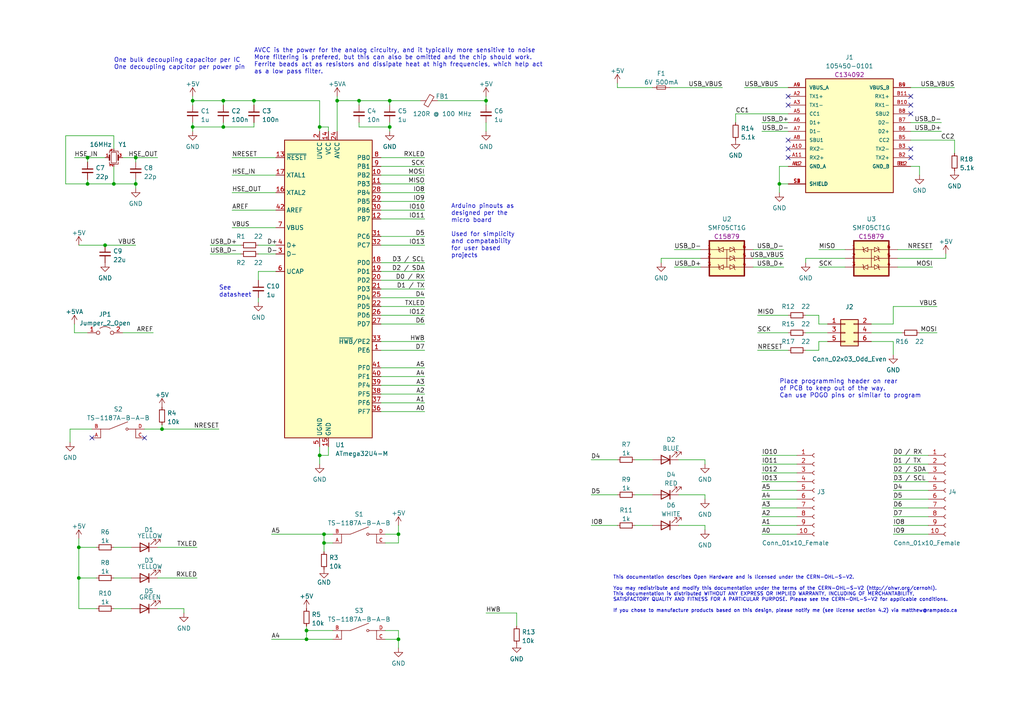
<source format=kicad_sch>
(kicad_sch (version 20211123) (generator eeschema)
  (paper "A4")
  (lib_symbols
    (symbol "Connector:Conn_01x10_Female" (pin_names (offset 1.016) hide)
      (property "Reference" "J" (at 0 12.7 0))
      (property "Value" "Conn_01x10_Female" (at 0 -15.24 0))
      (symbol "Conn_01x10_Female_1_1"
        (pin passive line (at -5.08 10.16 0) (length 3.81) (name "Pin_1") (number "1"))
        (pin passive line (at -5.08 -12.7 0) (length 3.81) (name "Pin_10") (number "10"))
        (pin passive line (at -5.08 7.62 0) (length 3.81) (name "Pin_2") (number "2"))
        (pin passive line (at -5.08 5.08 0) (length 3.81) (name "Pin_3") (number "3"))
        (pin passive line (at -5.08 2.54 0) (length 3.81) (name "Pin_4") (number "4"))
        (pin passive line (at -5.08 0 0) (length 3.81) (name "Pin_5") (number "5"))
        (pin passive line (at -5.08 -2.54 0) (length 3.81) (name "Pin_6") (number "6"))
        (pin passive line (at -5.08 -5.08 0) (length 3.81) (name "Pin_7") (number "7"))
        (pin passive line (at -5.08 -7.62 0) (length 3.81) (name "Pin_8") (number "8"))
        (pin passive line (at -5.08 -10.16 0) (length 3.81) (name "Pin_9") (number "9"))
      )
    )
    (symbol "Connector_Generic:Conn_02x03_Odd_Even" (pin_names (offset 1.016) hide)
      (property "Reference" "J" (at 1.27 5.08 0))
      (property "Value" "Conn_02x03_Odd_Even" (at 1.27 -5.08 0))
      (symbol "Conn_02x03_Odd_Even_1_1"
        (pin passive line (at -5.08 2.54 0) (length 3.81) (name "Pin_1") (number "1"))
        (pin passive line (at 7.62 2.54 180) (length 3.81) (name "Pin_2") (number "2"))
        (pin passive line (at -5.08 0 0) (length 3.81) (name "Pin_3") (number "3"))
        (pin passive line (at 7.62 0 180) (length 3.81) (name "Pin_4") (number "4"))
        (pin passive line (at -5.08 -2.54 0) (length 3.81) (name "Pin_5") (number "5"))
        (pin passive line (at 7.62 -2.54 180) (length 3.81) (name "Pin_6") (number "6"))
      )
    )
    (symbol "Device:C_Small" (pin_numbers hide) (pin_names (offset 0.254) hide)
      (property "Reference" "C" (at 0.254 1.778 0))
      (property "Value" "C_Small" (at 0.254 -2.032 0))
      (symbol "C_Small_1_1"
        (pin passive line (at 0 2.54 270) (length 2.032) (name "~") (number "1"))
        (pin passive line (at 0 -2.54 90) (length 2.032) (name "~") (number "2"))
      )
    )
    (symbol "Device:Crystal_GND24_Small" (pin_names (offset 1.016) hide)
      (property "Reference" "Y" (at 1.27 4.445 0))
      (property "Value" "Crystal_GND24_Small" (at 1.27 2.54 0))
      (symbol "Crystal_GND24_Small_1_1"
        (pin passive line (at -2.54 0 0) (length 1.27) (name "1") (number "1"))
        (pin passive line (at 0 -2.54 90) (length 0.635) (name "2") (number "2"))
        (pin passive line (at 2.54 0 180) (length 1.27) (name "3") (number "3"))
        (pin passive line (at 0 2.54 270) (length 0.635) (name "4") (number "4"))
      )
    )
    (symbol "Device:FerriteBead_Small" (pin_numbers hide) (pin_names (offset 0))
      (property "Reference" "FB" (at 1.905 1.27 0))
      (property "Value" "FerriteBead_Small" (at 1.905 -1.27 0))
      (symbol "FerriteBead_Small_1_1"
        (pin passive line (at 0 2.54 270) (length 1.27) (name "~") (number "1"))
        (pin passive line (at 0 -2.54 90) (length 1.27) (name "~") (number "2"))
      )
    )
    (symbol "Device:Fuse_Small" (pin_numbers hide) (pin_names (offset 0.254) hide)
      (property "Reference" "F" (at 0 -1.524 0))
      (property "Value" "Fuse_Small" (at 0 1.524 0))
      (symbol "Fuse_Small_1_1"
        (pin passive line (at -2.54 0 0) (length 1.27) (name "~") (number "1"))
        (pin passive line (at 2.54 0 180) (length 1.27) (name "~") (number "2"))
      )
    )
    (symbol "Device:LED" (pin_numbers hide) (pin_names (offset 1.016) hide)
      (property "Reference" "D" (at 0 2.54 0))
      (property "Value" "LED" (at 0 -2.54 0))
      (symbol "LED_1_1"
        (pin passive line (at -3.81 0 0) (length 2.54) (name "K") (number "1"))
        (pin passive line (at 3.81 0 180) (length 2.54) (name "A") (number "2"))
      )
    )
    (symbol "Device:R_Small" (pin_numbers hide) (pin_names (offset 0.254) hide)
      (property "Reference" "R" (at 0.762 0.508 0))
      (property "Value" "R_Small" (at 0.762 -1.016 0))
      (symbol "R_Small_1_1"
        (pin passive line (at 0 2.54 270) (length 0.762) (name "~") (number "1"))
        (pin passive line (at 0 -2.54 90) (length 0.762) (name "~") (number "2"))
      )
    )
    (symbol "Jumper:Jumper_2_Open" (pin_names (offset 0) hide)
      (property "Reference" "JP" (at 0 2.794 0))
      (property "Value" "Jumper_2_Open" (at 0 -2.286 0))
      (symbol "Jumper_2_Open_1_1"
        (pin passive line (at -5.08 0 0) (length 2.54) (name "A") (number "1"))
        (pin passive line (at 5.08 0 180) (length 2.54) (name "B") (number "2"))
      )
    )
    (symbol "MCU_Microchip_ATmega:ATmega32U4-M"
      (property "Reference" "U" (at -12.7 44.45 0))
      (property "Value" "ATmega32U4-M" (at 2.54 -44.45 0))
      (symbol "ATmega32U4-M_1_1"
        (pin bidirectional line (at 15.24 -17.78 180) (length 2.54) (name "PE6") (number "1"))
        (pin bidirectional line (at 15.24 33.02 180) (length 2.54) (name "PB2") (number "10"))
        (pin bidirectional line (at 15.24 30.48 180) (length 2.54) (name "PB3") (number "11"))
        (pin bidirectional line (at 15.24 20.32 180) (length 2.54) (name "PB7") (number "12"))
        (pin input line (at -15.24 38.1 0) (length 2.54) (name "~{RESET}") (number "13"))
        (pin power_in line (at 0 45.72 270) (length 2.54) (name "VCC") (number "14"))
        (pin power_in line (at 0 -45.72 90) (length 2.54) (name "GND") (number "15"))
        (pin output line (at -15.24 27.94 0) (length 2.54) (name "XTAL2") (number "16"))
        (pin input line (at -15.24 33.02 0) (length 2.54) (name "XTAL1") (number "17"))
        (pin bidirectional line (at 15.24 7.62 180) (length 2.54) (name "PD0") (number "18"))
        (pin bidirectional line (at 15.24 5.08 180) (length 2.54) (name "PD1") (number "19"))
        (pin power_in line (at -2.54 45.72 270) (length 2.54) (name "UVCC") (number "2"))
        (pin bidirectional line (at 15.24 2.54 180) (length 2.54) (name "PD2") (number "20"))
        (pin bidirectional line (at 15.24 0 180) (length 2.54) (name "PD3") (number "21"))
        (pin bidirectional line (at 15.24 -5.08 180) (length 2.54) (name "PD5") (number "22"))
        (pin passive line (at 0 -45.72 90) (length 2.54) hide (name "GND") (number "23"))
        (pin power_in line (at 2.54 45.72 270) (length 2.54) (name "AVCC") (number "24"))
        (pin bidirectional line (at 15.24 -2.54 180) (length 2.54) (name "PD4") (number "25"))
        (pin bidirectional line (at 15.24 -7.62 180) (length 2.54) (name "PD6") (number "26"))
        (pin bidirectional line (at 15.24 -10.16 180) (length 2.54) (name "PD7") (number "27"))
        (pin bidirectional line (at 15.24 27.94 180) (length 2.54) (name "PB4") (number "28"))
        (pin bidirectional line (at 15.24 25.4 180) (length 2.54) (name "PB5") (number "29"))
        (pin bidirectional line (at -15.24 10.16 0) (length 2.54) (name "D-") (number "3"))
        (pin bidirectional line (at 15.24 22.86 180) (length 2.54) (name "PB6") (number "30"))
        (pin bidirectional line (at 15.24 15.24 180) (length 2.54) (name "PC6") (number "31"))
        (pin bidirectional line (at 15.24 12.7 180) (length 2.54) (name "PC7") (number "32"))
        (pin bidirectional line (at 15.24 -15.24 180) (length 2.54) (name "~{HWB}/PE2") (number "33"))
        (pin passive line (at 0 45.72 270) (length 2.54) hide (name "VCC") (number "34"))
        (pin passive line (at 0 -45.72 90) (length 2.54) hide (name "GND") (number "35"))
        (pin bidirectional line (at 15.24 -35.56 180) (length 2.54) (name "PF7") (number "36"))
        (pin bidirectional line (at 15.24 -33.02 180) (length 2.54) (name "PF6") (number "37"))
        (pin bidirectional line (at 15.24 -30.48 180) (length 2.54) (name "PF5") (number "38"))
        (pin bidirectional line (at 15.24 -27.94 180) (length 2.54) (name "PF4") (number "39"))
        (pin bidirectional line (at -15.24 12.7 0) (length 2.54) (name "D+") (number "4"))
        (pin bidirectional line (at 15.24 -25.4 180) (length 2.54) (name "PF1") (number "40"))
        (pin bidirectional line (at 15.24 -22.86 180) (length 2.54) (name "PF0") (number "41"))
        (pin passive line (at -15.24 22.86 0) (length 2.54) (name "AREF") (number "42"))
        (pin passive line (at 0 -45.72 90) (length 2.54) hide (name "GND") (number "43"))
        (pin passive line (at 2.54 45.72 270) (length 2.54) hide (name "AVCC") (number "44"))
        (pin passive line (at 0 -45.72 90) (length 2.54) hide (name "GND") (number "45"))
        (pin passive line (at -2.54 -45.72 90) (length 2.54) (name "UGND") (number "5"))
        (pin passive line (at -15.24 5.08 0) (length 2.54) (name "UCAP") (number "6"))
        (pin input line (at -15.24 17.78 0) (length 2.54) (name "VBUS") (number "7"))
        (pin bidirectional line (at 15.24 38.1 180) (length 2.54) (name "PB0") (number "8"))
        (pin bidirectional line (at 15.24 35.56 180) (length 2.54) (name "PB1") (number "9"))
      )
    )
    (symbol "Rampado_Master:105450-0101" (pin_names (offset 1.016))
      (property "Reference" "J" (at -12.7 16.002 0))
      (property "Value" "105450-0101" (at -12.7 -18.542 0))
      (property "JLCPCB Part #" "C134092" (at 0 0 0))
      (symbol "105450-0101_0_0"
        (pin power_in line (at -17.78 -10.16 0) (length 5.08) (name "GND_A") (number "A1"))
        (pin bidirectional line (at -17.78 -5.08 0) (length 5.08) (name "RX2-") (number "A10"))
        (pin bidirectional line (at -17.78 -7.62 0) (length 5.08) (name "RX2+") (number "A11"))
        (pin power_in line (at -17.78 -10.16 0) (length 5.08) (name "GND_A") (number "A12"))
        (pin bidirectional line (at -17.78 10.16 0) (length 5.08) (name "TX1+") (number "A2"))
        (pin bidirectional line (at -17.78 7.62 0) (length 5.08) (name "TX1-") (number "A3"))
        (pin power_in line (at -17.78 12.7 0) (length 5.08) (name "VBUS_A") (number "A4"))
        (pin bidirectional line (at -17.78 5.08 0) (length 5.08) (name "CC1") (number "A5"))
        (pin bidirectional line (at -17.78 2.54 0) (length 5.08) (name "D1+") (number "A6"))
        (pin bidirectional line (at -17.78 0 0) (length 5.08) (name "D1-") (number "A7"))
        (pin bidirectional line (at -17.78 -2.54 0) (length 5.08) (name "SBU1") (number "A8"))
        (pin power_in line (at -17.78 12.7 0) (length 5.08) (name "VBUS_A") (number "A9"))
        (pin power_in line (at 17.78 -10.16 180) (length 5.08) (name "GND_B") (number "B1"))
        (pin bidirectional line (at 17.78 7.62 180) (length 5.08) (name "RX1-") (number "B10"))
        (pin bidirectional line (at 17.78 10.16 180) (length 5.08) (name "RX1+") (number "B11"))
        (pin power_in line (at 17.78 -10.16 180) (length 5.08) (name "GND_B") (number "B12"))
        (pin bidirectional line (at 17.78 -7.62 180) (length 5.08) (name "TX2+") (number "B2"))
        (pin bidirectional line (at 17.78 -5.08 180) (length 5.08) (name "TX2-") (number "B3"))
        (pin power_in line (at 17.78 12.7 180) (length 5.08) (name "VBUS_B") (number "B4"))
        (pin bidirectional line (at 17.78 -2.54 180) (length 5.08) (name "CC2") (number "B5"))
        (pin bidirectional line (at 17.78 0 180) (length 5.08) (name "D2+") (number "B6"))
        (pin bidirectional line (at 17.78 2.54 180) (length 5.08) (name "D2-") (number "B7"))
        (pin bidirectional line (at 17.78 5.08 180) (length 5.08) (name "SBU2") (number "B8"))
        (pin power_in line (at 17.78 12.7 180) (length 5.08) (name "VBUS_B") (number "B9"))
        (pin passive line (at -17.78 -15.24 0) (length 5.08) (name "SHIELD") (number "S1"))
        (pin passive line (at -17.78 -15.24 0) (length 5.08) (name "SHIELD") (number "S2"))
        (pin passive line (at -17.78 -15.24 0) (length 5.08) (name "SHIELD") (number "S3"))
        (pin passive line (at -17.78 -15.24 0) (length 5.08) (name "SHIELD") (number "S4"))
      )
    )
    (symbol "Rampado_Master:SMF05CT1G" (pin_names (offset 1.016) hide)
      (property "Reference" "U" (at -5.1054 6.096 0))
      (property "Value" "SMF05CT1G" (at -5.1054 -9.0932 0))
      (property "JLCPCB Part #" "C15879" (at 0 0 0))
      (symbol "SMF05CT1G_0_0"
        (pin passive line (at -7.62 2.54 0) (length 5.08) (name "~") (number "1"))
        (pin passive line (at -7.62 0 0) (length 5.08) (name "~") (number "2"))
        (pin passive line (at -7.62 -2.54 0) (length 5.08) (name "~") (number "3"))
        (pin passive line (at 7.62 -2.54 180) (length 5.08) (name "~") (number "4"))
        (pin passive line (at 7.62 0 180) (length 5.08) (name "~") (number "5"))
        (pin passive line (at 7.62 2.54 180) (length 5.08) (name "~") (number "6"))
      )
    )
    (symbol "Rampado_Master:TS-1187A-B-A-B" (pin_names (offset 1.016) hide)
      (property "Reference" "S" (at -2.54 2.54 0))
      (property "Value" "TS-1187A-B-A-B" (at -8.89 -6.35 0))
      (symbol "TS-1187A-B-A-B_0_0"
        (pin passive line (at -7.62 -2.54 0) (length 2.54) (name "~") (number "A"))
        (pin passive line (at -7.62 0 0) (length 2.54) (name "~") (number "B"))
        (pin passive line (at 7.62 -2.54 180) (length 2.54) (name "~") (number "C"))
        (pin passive line (at 7.62 0 180) (length 2.54) (name "~") (number "D"))
      )
    )
    (symbol "power:+5V" (power) (pin_names (offset 0))
      (property "Value" "+5V" (at 0 3.556 0))
      (symbol "+5V_1_1"
        (pin power_in line (at 0 0 90) (length 0) hide (name "+5V") (number "1"))
      )
    )
    (symbol "power:+5VA" (power) (pin_names (offset 0))
      (property "Value" "+5VA" (at 0 3.556 0))
      (symbol "+5VA_1_1"
        (pin power_in line (at 0 0 90) (length 0) hide (name "+5VA") (number "1"))
      )
    )
    (symbol "power:GND" (power) (pin_names (offset 0))
      (property "Value" "GND" (at 0 -3.81 0))
      (symbol "GND_1_1"
        (pin power_in line (at 0 0 270) (length 0) hide (name "GND") (number "1"))
      )
    )
  )
  (junction (at 39.37 45.72))
  (junction (at 55.88 36.83))
  (junction (at 140.97 29.21))
  (junction (at 25.4 45.72))
  (junction (at 226.06 53.34))
  (junction (at 93.98 157.48))
  (junction (at 113.03 29.21))
  (junction (at 64.77 29.21))
  (junction (at 46.99 124.46))
  (junction (at 55.88 29.21))
  (junction (at 92.71 36.83))
  (junction (at 64.77 36.83))
  (junction (at 88.9 182.88))
  (junction (at 22.86 158.75))
  (junction (at 25.4 53.34))
  (junction (at 115.57 154.94))
  (junction (at 73.66 29.21))
  (junction (at 33.02 53.34))
  (junction (at 39.37 53.34))
  (junction (at 30.48 71.12))
  (junction (at 22.86 167.64))
  (junction (at 97.79 29.21))
  (junction (at 92.71 132.08))
  (junction (at 104.14 29.21))
  (junction (at 93.98 154.94))
  (junction (at 115.57 185.42))
  (junction (at 88.9 185.42))
  (junction (at 113.03 36.83))
  (no_connect (at 41.91 127))
  (no_connect (at 26.67 127))
  (no_connect (at 228.6 45.72))
  (no_connect (at 228.6 43.18))
  (no_connect (at 228.6 40.64))
  (no_connect (at 228.6 30.48))
  (no_connect (at 228.6 27.94))
  (no_connect (at 264.16 27.94))
  (no_connect (at 264.16 45.72))
  (no_connect (at 264.16 43.18))
  (no_connect (at 264.16 33.02))
  (no_connect (at 264.16 30.48))
  (wire (pts (xy 226.06 53.34) (xy 226.06 55.88)))
  (wire (pts (xy 204.47 144.78) (xy 204.47 143.51)))
  (wire (pts (xy 46.99 123.19) (xy 46.99 124.46)))
  (wire (pts (xy 140.97 27.94) (xy 140.97 29.21)))
  (wire (pts (xy 259.08 134.62) (xy 269.24 134.62)))
  (wire (pts (xy 184.15 143.51) (xy 189.23 143.51)))
  (wire (pts (xy 55.88 36.83) (xy 64.77 36.83)))
  (wire (pts (xy 113.03 29.21) (xy 104.14 29.21)))
  (wire (pts (xy 35.56 96.52) (xy 44.45 96.52)))
  (wire (pts (xy 73.66 29.21) (xy 92.71 29.21)))
  (wire (pts (xy 233.68 91.44) (xy 237.49 91.44)))
  (wire (pts (xy 110.49 111.76) (xy 123.19 111.76)))
  (wire (pts (xy 110.49 45.72) (xy 123.19 45.72)))
  (wire (pts (xy 140.97 29.21) (xy 140.97 30.48)))
  (wire (pts (xy 115.57 154.94) (xy 115.57 157.48)))
  (wire (pts (xy 259.08 147.32) (xy 269.24 147.32)))
  (wire (pts (xy 78.74 154.94) (xy 93.98 154.94)))
  (wire (pts (xy 113.03 36.83) (xy 113.03 38.1)))
  (wire (pts (xy 92.71 129.54) (xy 92.71 132.08)))
  (wire (pts (xy 259.08 152.4) (xy 269.24 152.4)))
  (wire (pts (xy 95.25 36.83) (xy 92.71 36.83)))
  (wire (pts (xy 259.08 139.7) (xy 269.24 139.7)))
  (wire (pts (xy 33.02 39.37) (xy 19.05 39.37)))
  (wire (pts (xy 113.03 29.21) (xy 121.92 29.21)))
  (wire (pts (xy 110.49 76.2) (xy 123.19 76.2)))
  (wire (pts (xy 30.48 71.12) (xy 39.37 71.12)))
  (wire (pts (xy 64.77 36.83) (xy 73.66 36.83)))
  (wire (pts (xy 115.57 157.48) (xy 111.76 157.48)))
  (wire (pts (xy 220.98 142.24) (xy 231.14 142.24)))
  (wire (pts (xy 149.86 177.8) (xy 140.97 177.8)))
  (wire (pts (xy 218.44 74.93) (xy 227.33 74.93)))
  (wire (pts (xy 41.91 124.46) (xy 46.99 124.46)))
  (wire (pts (xy 259.08 144.78) (xy 269.24 144.78)))
  (wire (pts (xy 110.49 93.98) (xy 123.19 93.98)))
  (wire (pts (xy 228.6 48.26) (xy 226.06 48.26)))
  (wire (pts (xy 259.08 142.24) (xy 269.24 142.24)))
  (wire (pts (xy 25.4 53.34) (xy 33.02 53.34)))
  (wire (pts (xy 271.78 88.9) (xy 259.08 88.9)))
  (wire (pts (xy 67.31 66.04) (xy 80.01 66.04)))
  (wire (pts (xy 195.58 77.47) (xy 203.2 77.47)))
  (wire (pts (xy 220.98 134.62) (xy 231.14 134.62)))
  (wire (pts (xy 74.93 86.36) (xy 74.93 87.63)))
  (wire (pts (xy 196.85 152.4) (xy 204.47 152.4)))
  (wire (pts (xy 264.16 25.4) (xy 276.86 25.4)))
  (wire (pts (xy 53.34 176.53) (xy 45.72 176.53)))
  (wire (pts (xy 111.76 185.42) (xy 115.57 185.42)))
  (wire (pts (xy 110.49 99.06) (xy 123.19 99.06)))
  (wire (pts (xy 179.07 25.4) (xy 189.23 25.4)))
  (wire (pts (xy 171.45 143.51) (xy 179.07 143.51)))
  (wire (pts (xy 237.49 72.39) (xy 245.11 72.39)))
  (wire (pts (xy 96.52 182.88) (xy 88.9 182.88)))
  (wire (pts (xy 73.66 36.83) (xy 73.66 35.56)))
  (wire (pts (xy 22.86 167.64) (xy 27.94 167.64)))
  (wire (pts (xy 194.31 25.4) (xy 209.55 25.4)))
  (wire (pts (xy 204.47 143.51) (xy 196.85 143.51)))
  (wire (pts (xy 259.08 132.08) (xy 269.24 132.08)))
  (wire (pts (xy 111.76 182.88) (xy 115.57 182.88)))
  (wire (pts (xy 220.98 137.16) (xy 231.14 137.16)))
  (wire (pts (xy 25.4 52.07) (xy 25.4 53.34)))
  (wire (pts (xy 110.49 109.22) (xy 123.19 109.22)))
  (wire (pts (xy 115.57 152.4) (xy 115.57 154.94)))
  (wire (pts (xy 39.37 52.07) (xy 39.37 53.34)))
  (wire (pts (xy 39.37 45.72) (xy 45.72 45.72)))
  (wire (pts (xy 74.93 78.74) (xy 74.93 81.28)))
  (wire (pts (xy 259.08 99.06) (xy 259.08 102.87)))
  (wire (pts (xy 110.49 91.44) (xy 123.19 91.44)))
  (wire (pts (xy 22.86 156.21) (xy 22.86 158.75)))
  (wire (pts (xy 95.25 38.1) (xy 95.25 36.83)))
  (wire (pts (xy 39.37 53.34) (xy 39.37 54.61)))
  (wire (pts (xy 33.02 43.18) (xy 33.02 39.37)))
  (wire (pts (xy 259.08 154.94) (xy 269.24 154.94)))
  (wire (pts (xy 196.85 133.35) (xy 204.47 133.35)))
  (wire (pts (xy 260.35 72.39) (xy 270.51 72.39)))
  (wire (pts (xy 45.72 167.64) (xy 57.15 167.64)))
  (wire (pts (xy 113.03 35.56) (xy 113.03 36.83)))
  (wire (pts (xy 67.31 50.8) (xy 80.01 50.8)))
  (wire (pts (xy 110.49 71.12) (xy 123.19 71.12)))
  (wire (pts (xy 264.16 48.26) (xy 266.7 48.26)))
  (wire (pts (xy 237.49 77.47) (xy 245.11 77.47)))
  (wire (pts (xy 260.35 74.93) (xy 274.32 74.93)))
  (wire (pts (xy 67.31 55.88) (xy 80.01 55.88)))
  (wire (pts (xy 33.02 176.53) (xy 38.1 176.53)))
  (wire (pts (xy 233.68 74.93) (xy 233.68 76.2)))
  (wire (pts (xy 22.86 158.75) (xy 22.86 167.64)))
  (wire (pts (xy 203.2 74.93) (xy 191.77 74.93)))
  (wire (pts (xy 110.49 55.88) (xy 123.19 55.88)))
  (wire (pts (xy 110.49 116.84) (xy 123.19 116.84)))
  (wire (pts (xy 111.76 154.94) (xy 115.57 154.94)))
  (wire (pts (xy 219.71 101.6) (xy 228.6 101.6)))
  (wire (pts (xy 204.47 133.35) (xy 204.47 134.62)))
  (wire (pts (xy 228.6 33.02) (xy 213.36 33.02)))
  (wire (pts (xy 220.98 144.78) (xy 231.14 144.78)))
  (wire (pts (xy 95.25 132.08) (xy 92.71 132.08)))
  (wire (pts (xy 110.49 86.36) (xy 123.19 86.36)))
  (wire (pts (xy 55.88 35.56) (xy 55.88 36.83)))
  (wire (pts (xy 39.37 53.34) (xy 33.02 53.34)))
  (wire (pts (xy 74.93 71.12) (xy 80.01 71.12)))
  (wire (pts (xy 22.86 176.53) (xy 27.94 176.53)))
  (wire (pts (xy 53.34 177.8) (xy 53.34 176.53)))
  (wire (pts (xy 93.98 157.48) (xy 93.98 160.02)))
  (wire (pts (xy 220.98 147.32) (xy 231.14 147.32)))
  (wire (pts (xy 237.49 93.98) (xy 240.03 93.98)))
  (wire (pts (xy 73.66 29.21) (xy 73.66 30.48)))
  (wire (pts (xy 259.08 149.86) (xy 269.24 149.86)))
  (wire (pts (xy 19.05 53.34) (xy 25.4 53.34)))
  (wire (pts (xy 20.32 124.46) (xy 20.32 128.27)))
  (wire (pts (xy 110.49 101.6) (xy 123.19 101.6)))
  (wire (pts (xy 25.4 45.72) (xy 30.48 45.72)))
  (wire (pts (xy 96.52 154.94) (xy 93.98 154.94)))
  (wire (pts (xy 184.15 133.35) (xy 189.23 133.35)))
  (wire (pts (xy 64.77 29.21) (xy 64.77 30.48)))
  (wire (pts (xy 45.72 158.75) (xy 57.15 158.75)))
  (wire (pts (xy 78.74 185.42) (xy 88.9 185.42)))
  (wire (pts (xy 245.11 74.93) (xy 233.68 74.93)))
  (wire (pts (xy 74.93 73.66) (xy 80.01 73.66)))
  (wire (pts (xy 97.79 27.94) (xy 97.79 29.21)))
  (wire (pts (xy 179.07 24.13) (xy 179.07 25.4)))
  (wire (pts (xy 215.9 25.4) (xy 228.6 25.4)))
  (wire (pts (xy 110.49 63.5) (xy 123.19 63.5)))
  (wire (pts (xy 195.58 72.39) (xy 203.2 72.39)))
  (wire (pts (xy 264.16 35.56) (xy 273.05 35.56)))
  (wire (pts (xy 219.71 91.44) (xy 228.6 91.44)))
  (wire (pts (xy 25.4 45.72) (xy 25.4 46.99)))
  (wire (pts (xy 204.47 152.4) (xy 204.47 153.67)))
  (wire (pts (xy 26.67 124.46) (xy 20.32 124.46)))
  (wire (pts (xy 104.14 36.83) (xy 113.03 36.83)))
  (wire (pts (xy 226.06 53.34) (xy 228.6 53.34)))
  (wire (pts (xy 171.45 152.4) (xy 179.07 152.4)))
  (wire (pts (xy 220.98 152.4) (xy 231.14 152.4)))
  (wire (pts (xy 266.7 48.26) (xy 266.7 50.8)))
  (wire (pts (xy 266.7 96.52) (xy 271.78 96.52)))
  (wire (pts (xy 22.86 167.64) (xy 22.86 176.53)))
  (wire (pts (xy 220.98 35.56) (xy 228.6 35.56)))
  (wire (pts (xy 92.71 29.21) (xy 92.71 36.83)))
  (wire (pts (xy 220.98 154.94) (xy 231.14 154.94)))
  (wire (pts (xy 22.86 158.75) (xy 27.94 158.75)))
  (wire (pts (xy 21.59 96.52) (xy 25.4 96.52)))
  (wire (pts (xy 88.9 182.88) (xy 88.9 181.61)))
  (wire (pts (xy 110.49 48.26) (xy 123.19 48.26)))
  (wire (pts (xy 110.49 60.96) (xy 123.19 60.96)))
  (wire (pts (xy 96.52 185.42) (xy 88.9 185.42)))
  (wire (pts (xy 110.49 53.34) (xy 123.19 53.34)))
  (wire (pts (xy 67.31 60.96) (xy 80.01 60.96)))
  (wire (pts (xy 55.88 29.21) (xy 64.77 29.21)))
  (wire (pts (xy 60.96 73.66) (xy 69.85 73.66)))
  (wire (pts (xy 55.88 29.21) (xy 55.88 30.48)))
  (wire (pts (xy 252.73 96.52) (xy 261.62 96.52)))
  (wire (pts (xy 237.49 101.6) (xy 233.68 101.6)))
  (wire (pts (xy 260.35 77.47) (xy 270.51 77.47)))
  (wire (pts (xy 60.96 71.12) (xy 69.85 71.12)))
  (wire (pts (xy 264.16 38.1) (xy 273.05 38.1)))
  (wire (pts (xy 97.79 29.21) (xy 97.79 38.1)))
  (wire (pts (xy 104.14 29.21) (xy 97.79 29.21)))
  (wire (pts (xy 93.98 154.94) (xy 93.98 157.48)))
  (wire (pts (xy 21.59 45.72) (xy 25.4 45.72)))
  (wire (pts (xy 259.08 93.98) (xy 252.73 93.98)))
  (wire (pts (xy 191.77 74.93) (xy 191.77 76.2)))
  (wire (pts (xy 92.71 36.83) (xy 92.71 38.1)))
  (wire (pts (xy 110.49 81.28) (xy 123.19 81.28)))
  (wire (pts (xy 218.44 77.47) (xy 227.33 77.47)))
  (wire (pts (xy 140.97 35.56) (xy 140.97 38.1)))
  (wire (pts (xy 104.14 29.21) (xy 104.14 30.48)))
  (wire (pts (xy 259.08 88.9) (xy 259.08 93.98)))
  (wire (pts (xy 213.36 33.02) (xy 213.36 35.56)))
  (wire (pts (xy 110.49 50.8) (xy 123.19 50.8)))
  (wire (pts (xy 226.06 48.26) (xy 226.06 53.34)))
  (wire (pts (xy 233.68 96.52) (xy 240.03 96.52)))
  (wire (pts (xy 220.98 149.86) (xy 231.14 149.86)))
  (wire (pts (xy 127 29.21) (xy 140.97 29.21)))
  (wire (pts (xy 110.49 114.3) (xy 123.19 114.3)))
  (wire (pts (xy 184.15 152.4) (xy 189.23 152.4)))
  (wire (pts (xy 110.49 68.58) (xy 123.19 68.58)))
  (wire (pts (xy 110.49 119.38) (xy 123.19 119.38)))
  (wire (pts (xy 21.59 93.98) (xy 21.59 96.52)))
  (wire (pts (xy 149.86 181.61) (xy 149.86 177.8)))
  (wire (pts (xy 95.25 129.54) (xy 95.25 132.08)))
  (wire (pts (xy 220.98 132.08) (xy 231.14 132.08)))
  (wire (pts (xy 110.49 88.9) (xy 123.19 88.9)))
  (wire (pts (xy 80.01 78.74) (xy 74.93 78.74)))
  (wire (pts (xy 33.02 48.26) (xy 33.02 53.34)))
  (wire (pts (xy 110.49 58.42) (xy 123.19 58.42)))
  (wire (pts (xy 39.37 45.72) (xy 39.37 46.99)))
  (wire (pts (xy 104.14 35.56) (xy 104.14 36.83)))
  (wire (pts (xy 220.98 38.1) (xy 228.6 38.1)))
  (wire (pts (xy 237.49 99.06) (xy 237.49 101.6)))
  (wire (pts (xy 93.98 157.48) (xy 96.52 157.48)))
  (wire (pts (xy 35.56 45.72) (xy 39.37 45.72)))
  (wire (pts (xy 240.03 99.06) (xy 237.49 99.06)))
  (wire (pts (xy 64.77 36.83) (xy 64.77 35.56)))
  (wire (pts (xy 218.44 72.39) (xy 227.33 72.39)))
  (wire (pts (xy 46.99 124.46) (xy 63.5 124.46)))
  (wire (pts (xy 276.86 40.64) (xy 276.86 44.45)))
  (wire (pts (xy 115.57 185.42) (xy 115.57 187.96)))
  (wire (pts (xy 110.49 106.68) (xy 123.19 106.68)))
  (wire (pts (xy 64.77 29.21) (xy 73.66 29.21)))
  (wire (pts (xy 237.49 91.44) (xy 237.49 93.98)))
  (wire (pts (xy 274.32 73.66) (xy 274.32 74.93)))
  (wire (pts (xy 259.08 137.16) (xy 269.24 137.16)))
  (wire (pts (xy 252.73 99.06) (xy 259.08 99.06)))
  (wire (pts (xy 55.88 36.83) (xy 55.88 38.1)))
  (wire (pts (xy 110.49 83.82) (xy 123.19 83.82)))
  (wire (pts (xy 264.16 40.64) (xy 276.86 40.64)))
  (wire (pts (xy 219.71 96.52) (xy 228.6 96.52)))
  (wire (pts (xy 171.45 133.35) (xy 179.07 133.35)))
  (wire (pts (xy 115.57 182.88) (xy 115.57 185.42)))
  (wire (pts (xy 220.98 139.7) (xy 231.14 139.7)))
  (wire (pts (xy 88.9 185.42) (xy 88.9 182.88)))
  (wire (pts (xy 110.49 78.74) (xy 123.19 78.74)))
  (wire (pts (xy 33.02 167.64) (xy 38.1 167.64)))
  (wire (pts (xy 22.86 71.12) (xy 30.48 71.12)))
  (wire (pts (xy 67.31 45.72) (xy 80.01 45.72)))
  (wire (pts (xy 113.03 29.21) (xy 113.03 30.48)))
  (wire (pts (xy 33.02 158.75) (xy 38.1 158.75)))
  (wire (pts (xy 19.05 39.37) (xy 19.05 53.34)))
  (wire (pts (xy 55.88 27.94) (xy 55.88 29.21)))
  (wire (pts (xy 92.71 132.08) (xy 92.71 134.62)))
  (text "Place programming header on rear \nof PCB to keep out of the way.\nCan use POGO pins or similar to program" (at 226.06 115.57 0) (effects (font (size 1.27 1.27)) (justify left bottom)))
  (text "AVCC is the power for the analog circuitry, and it typically more sensitive to noise\nMore filtering is prefered, but this can also be omitted and the chip should work. \nFerrite beads act as resistors and dissipate heat at high frequencies, which help act\nas a low pass filter. \n" (at 73.66 21.59 0) (effects (font (size 1.27 1.27)) (justify left bottom)))
  (text "See\ndatasheet" (at 63.5 86.36 0) (effects (font (size 1.27 1.27)) (justify left bottom)))
  (text "One bulk decoupling capacitor per IC\nOne decoupling capcitor per power pin" (at 33.02 20.32 0) (effects (font (size 1.27 1.27)) (justify left bottom)))
  (text "This documentation describes Open Hardware and is licensed under the CERN-OHL-S-V2.\n\nYou may redistribute and modify this documentation under the terms of the CERN-OHL-S-V2 (http://ohwr.org/cernohl).\nThis documentation is distributed WITHOUT ANY EXPRESS OR IMPLIED WARRANTY, INCLUDING OF MERCHANTABILITY, \nSATISFACTORY QUALITY AND FITNESS FOR A PARTICULAR PURPOSE. Please see the CERN-OHL-S-V2 for applicable conditions. \n\nIf you chose to manufacture products based on this design, please notify me (see license section 4.2) via matthew@rampado.ca" (at 177.8 177.8 0) (effects (font (size 1 1)) (justify left bottom)))
  (text "Arduino pinouts as \ndesigned per the \nmicro board\n\nUsed for simplicity\nand compatability \nfor user based \nprojects" (at 130.81 74.93 0) (effects (font (size 1.27 1.27)) (justify left bottom)))
  (label "A4" (at 123.19 109.22 180))
  (label "IO12" (at 220.98 137.16 0))
  (label "IO12" (at 123.19 91.44 180))
  (label "IO10" (at 220.98 132.08 0))
  (label "HSE_IN" (at 21.59 45.72 0))
  (label "IO13" (at 123.19 71.12 180))
  (label "USB_D+" (at 227.33 77.47 180))
  (label "MISO" (at 219.71 91.44 0))
  (label "D7" (at 259.08 149.86 0))
  (label "USB_D-" (at 273.05 35.56 180))
  (label "D4" (at 123.19 86.36 180))
  (label "RXLED" (at 57.15 167.64 180))
  (label "VBUS" (at 67.31 66.04 0))
  (label "NRESET" (at 270.51 72.39 180))
  (label "A4" (at 220.98 144.78 0))
  (label "A4" (at 78.74 185.42 0))
  (label "RXLED" (at 123.19 45.72 180))
  (label "A3" (at 123.19 111.76 180))
  (label "A0" (at 123.19 119.38 180))
  (label "IO13" (at 220.98 139.7 0))
  (label "USB_D-" (at 60.96 73.66 0))
  (label "SCK" (at 123.19 48.26 180))
  (label "SCK" (at 237.49 77.47 0))
  (label "CC1" (at 213.36 33.02 0))
  (label "SCK" (at 219.71 96.52 0))
  (label "IO11" (at 123.19 63.5 180))
  (label "HSE_OUT" (at 67.31 55.88 0))
  (label "D6" (at 259.08 147.32 0))
  (label "A2" (at 123.19 114.3 180))
  (label "VBUS" (at 39.37 71.12 180))
  (label "MOSI" (at 123.19 50.8 180))
  (label "D1 {slash} TX" (at 259.08 134.62 0))
  (label "USB_VBUS" (at 276.86 25.4 180))
  (label "D7" (at 123.19 101.6 180))
  (label "MISO" (at 237.49 72.39 0))
  (label "IO8" (at 123.19 55.88 180))
  (label "USB_D-" (at 195.58 72.39 0))
  (label "A1" (at 220.98 152.4 0))
  (label "USB_D-" (at 220.98 38.1 0))
  (label "MOSI" (at 271.78 96.52 180))
  (label "NRESET" (at 219.71 101.6 0))
  (label "D6" (at 123.19 93.98 180))
  (label "A1" (at 123.19 116.84 180))
  (label "D-" (at 77.47 73.66 0))
  (label "D2 {slash} SDA" (at 123.19 78.74 180))
  (label "USB_D+" (at 273.05 38.1 180))
  (label "USB_D+" (at 195.58 77.47 0))
  (label "NRESET" (at 63.5 124.46 180))
  (label "USB_VBUS" (at 227.33 74.93 180))
  (label "A5" (at 220.98 142.24 0))
  (label "A5" (at 123.19 106.68 180))
  (label "D4" (at 171.45 133.35 0))
  (label "IO8" (at 171.45 152.4 0))
  (label "USB_D+" (at 60.96 71.12 0))
  (label "TXLED" (at 123.19 88.9 180))
  (label "D2 {slash} SDA" (at 259.08 137.16 0))
  (label "D5" (at 123.19 68.58 180))
  (label "D5" (at 171.45 143.51 0))
  (label "D3 {slash} SCL" (at 123.19 76.2 180))
  (label "AREF" (at 67.31 60.96 0))
  (label "HWB" (at 140.97 177.8 0))
  (label "NRESET" (at 67.31 45.72 0))
  (label "IO10" (at 123.19 60.96 180))
  (label "A3" (at 220.98 147.32 0))
  (label "IO9" (at 123.19 58.42 180))
  (label "IO8" (at 259.08 152.4 0))
  (label "USB_D+" (at 220.98 35.56 0))
  (label "HSE_OUT" (at 45.72 45.72 180))
  (label "D0 {slash} RX" (at 259.08 132.08 0))
  (label "IO9" (at 259.08 154.94 0))
  (label "D4" (at 259.08 142.24 0))
  (label "A5" (at 78.74 154.94 0))
  (label "VBUS" (at 271.78 88.9 180))
  (label "D1 {slash} TX" (at 123.19 83.82 180))
  (label "D3 {slash} SCL" (at 259.08 139.7 0))
  (label "D0 {slash} RX" (at 123.19 81.28 180))
  (label "HSE_IN" (at 67.31 50.8 0))
  (label "USB_VBUS" (at 209.55 25.4 180))
  (label "AREF" (at 44.45 96.52 180))
  (label "IO11" (at 220.98 134.62 0))
  (label "D+" (at 77.47 71.12 0))
  (label "TXLED" (at 57.15 158.75 180))
  (label "A0" (at 220.98 154.94 0))
  (label "MOSI" (at 270.51 77.47 180))
  (label "MISO" (at 123.19 53.34 180))
  (label "D5" (at 259.08 144.78 0))
  (label "USB_D-" (at 227.33 72.39 180))
  (label "USB_VBUS" (at 215.9 25.4 0))
  (label "A2" (at 220.98 149.86 0))
  (label "HWB" (at 123.19 99.06 180))
  (label "CC2" (at 276.86 40.64 180))
  (symbol (lib_id "Device:R_Small") (at 93.98 162.56 180) (unit 1)
    (property "Reference" "R3" (at 95.4786 161.7253 0) (effects (justify right)))
    (property "Value" "10k" (at 95.4786 164.2622 0) (effects (justify right)))
    (property "Footprint" "Resistor_SMD:R_0603_1608Metric" (effects hide))
    (property "JLCPCB Part #" "C25804" (effects hide))
  )
  (symbol (lib_id "Device:R_Small") (at 72.39 71.12 90) (unit 1)
    (property "Reference" "R1" (at 69.85 68.58 90))
    (property "Value" "22" (at 74.93 68.58 90))
    (property "Footprint" "Resistor_SMD:R_0603_1608Metric" (effects hide))
    (property "JLCPCB Part #" "C23345" (effects hide))
  )
  (symbol (lib_id "power:+5V") (at 88.9 176.53 0) (unit 1)
    (property "Reference" "#PWR014" (effects hide))
    (property "Value" "+5V" (at 88.9 172.9542 0))
  )
  (symbol (lib_id "power:GND") (at 115.57 187.96 0) (unit 1)
    (property "Reference" "#PWR016" (effects hide))
    (property "Value" "GND" (at 115.57 192.4034 0))
  )
  (symbol (lib_id "power:+5V") (at 55.88 27.94 0) (unit 1)
    (property "Reference" "#PWR01" (effects hide))
    (property "Value" "+5V" (at 55.88 24.3642 0))
  )
  (symbol (lib_id "Device:C_Small") (at 74.93 83.82 0) (unit 1)
    (property "Reference" "C10" (at 77.2541 82.9916 0) (effects (justify left)))
    (property "Value" "1u" (at 77.2541 85.5285 0) (effects (justify left)))
    (property "Footprint" "Capacitor_SMD:C_0603_1608Metric" (effects hide))
    (property "JLCPCB Part #" "C15849" (effects hide))
  )
  (symbol (lib_id "power:+5V") (at 22.86 156.21 0) (unit 1)
    (property "Reference" "#PWR017" (effects hide))
    (property "Value" "+5V" (at 22.86 152.6342 0))
  )
  (symbol (lib_id "Device:R_Small") (at 231.14 101.6 90) (unit 1)
    (property "Reference" "R17" (at 228.6 99.06 90))
    (property "Value" "22" (at 233.68 99.06 90))
    (property "Footprint" "Resistor_SMD:R_0603_1608Metric" (effects hide))
    (property "JLCPCB Part #" "C23345" (effects hide))
  )
  (symbol (lib_id "Connector_Generic:Conn_02x03_Odd_Even") (at 245.11 96.52 0) (unit 1)
    (property "Reference" "J2" (at 246.38 89.0102 0))
    (property "Value" "Conn_02x03_Odd_Even" (at 246.38 104.14 0))
    (property "Footprint" "Connector_PinHeader_2.54mm:PinHeader_2x03_P2.54mm_Vertical" (effects hide))
    (property "JLCPCB Part #" "C65114" (effects hide))
  )
  (symbol (lib_id "Device:C_Small") (at 30.48 73.66 0) (unit 1)
    (property "Reference" "C9" (at 32.8041 72.8316 0) (effects (justify left)))
    (property "Value" "22u" (at 32.8041 75.3685 0) (effects (justify left)))
    (property "Footprint" "Capacitor_SMD:C_0603_1608Metric" (effects hide))
    (property "JLCPCB Part #" "C59461" (effects hide))
  )
  (symbol (lib_id "power:+5VA") (at 21.59 93.98 0) (unit 1)
    (property "Reference" "#PWR010" (effects hide))
    (property "Value" "+5VA" (at 21.59 90.4042 0))
  )
  (symbol (lib_id "power:GND") (at 74.93 87.63 0) (unit 1)
    (property "Reference" "#PWR09" (effects hide))
    (property "Value" "GND" (at 74.93 92.0734 0))
  )
  (symbol (lib_id "Rampado_Master:SMF05CT1G") (at 252.73 74.93 0) (unit 1)
    (property "Reference" "U3" (at 252.73 63.5372 0))
    (property "Value" "SMF05CT1G" (at 252.73 66.0741 0))
    (property "Footprint" "Rampado_Master:SOT65P210X110-6N" (effects hide))
    (property "JLCPCB Part #" "C15879" (at 252.73 68.611 0))
    (property "STANDARD" "IPC7351B" (effects hide))
    (property "MP" "SMF05CT1G" (effects hide))
    (property "MANUFACTURER" "ON Semiconductor" (effects hide))
    (property "PACKAGE" "SOT-363 ON Semiconductor" (effects hide))
    (property "DESCRIPTION" "SMF05C Series 7.2 V 100 W 5-Line Transient Voltage Suppressor Array - SC-88" (effects hide))
    (property "PRICE" "None" (effects hide))
  )
  (symbol (lib_id "Device:R_Small") (at 264.16 96.52 90) (unit 1)
    (property "Reference" "R16" (at 261.62 99.06 90))
    (property "Value" "22" (at 266.7 99.06 90))
    (property "Footprint" "Resistor_SMD:R_0603_1608Metric" (effects hide))
    (property "JLCPCB Part #" "C23345" (effects hide))
  )
  (symbol (lib_id "Device:R_Small") (at 231.14 96.52 90) (unit 1)
    (property "Reference" "R15" (at 228.6 93.98 90))
    (property "Value" "22" (at 233.68 93.98 90))
    (property "Footprint" "Resistor_SMD:R_0603_1608Metric" (effects hide))
    (property "JLCPCB Part #" "C23345" (effects hide))
  )
  (symbol (lib_id "Device:R_Small") (at 88.9 179.07 180) (unit 1)
    (property "Reference" "R5" (at 90.3986 178.2353 0) (effects (justify right)))
    (property "Value" "10k" (at 90.3986 180.7722 0) (effects (justify right)))
    (property "Footprint" "Resistor_SMD:R_0603_1608Metric" (effects hide))
    (property "JLCPCB Part #" "C25804" (effects hide))
  )
  (symbol (lib_id "power:+5VA") (at 97.79 27.94 0) (unit 1)
    (property "Reference" "#PWR02" (effects hide))
    (property "Value" "+5VA" (at 97.79 24.3642 0))
  )
  (symbol (lib_id "power:GND") (at 259.08 102.87 0) (unit 1)
    (property "Reference" "#PWR027" (effects hide))
    (property "Value" "GND" (at 259.08 107.3134 0))
  )
  (symbol (lib_id "Device:C_Small") (at 64.77 33.02 0) (unit 1)
    (property "Reference" "C2" (at 67.0941 32.1916 0) (effects (justify left)))
    (property "Value" "100n" (at 67.0941 34.7285 0) (effects (justify left)))
    (property "Footprint" "Capacitor_SMD:C_0603_1608Metric" (effects hide))
    (property "JLCPCB Part #" "C14663" (effects hide))
  )
  (symbol (lib_id "Connector:Conn_01x10_Female") (at 274.32 142.24 0) (unit 1)
    (property "Reference" "J4" (at 275.0312 142.6753 0) (effects (justify left)))
    (property "Value" "Conn_01x10_Female" (at 259.08 157.48 0) (effects (justify left)))
    (property "Footprint" "Connector_PinSocket_2.54mm:PinSocket_1x10_P2.54mm_Vertical" (effects hide))
  )
  (symbol (lib_id "power:+5V") (at 274.32 73.66 0) (unit 1)
    (property "Reference" "#PWR0102" (effects hide))
    (property "Value" "+5V" (at 274.32 70.0842 0))
  )
  (symbol (lib_id "Device:LED") (at 193.04 143.51 180) (unit 1)
    (property "Reference" "D4" (at 194.6275 137.6512 0))
    (property "Value" "RED" (at 194.6275 140.1881 0))
    (property "Footprint" "LED_SMD:LED_0603_1608Metric" (effects hide))
    (property "JLCPCB Part #" "C2286" (effects hide))
  )
  (symbol (lib_id "Device:LED") (at 41.91 167.64 180) (unit 1)
    (property "Reference" "D3" (at 43.18 162.56 0))
    (property "Value" "YELLOW" (at 43.4975 164.3181 0))
    (property "Footprint" "LED_SMD:LED_0603_1608Metric" (effects hide))
    (property "JLCPCB Part #" "C72038" (effects hide))
  )
  (symbol (lib_id "Device:C_Small") (at 104.14 33.02 0) (unit 1)
    (property "Reference" "C4" (at 106.4641 32.1916 0) (effects (justify left)))
    (property "Value" "10n" (at 106.4641 34.7285 0) (effects (justify left)))
    (property "Footprint" "Capacitor_SMD:C_0603_1608Metric" (effects hide))
    (property "JLCPCB Part #" "C57112" (effects hide))
  )
  (symbol (lib_id "power:GND") (at 191.77 76.2 0) (unit 1)
    (property "Reference" "#PWR022" (effects hide))
    (property "Value" "GND" (at 191.77 80.6434 0))
  )
  (symbol (lib_id "Device:C_Small") (at 140.97 33.02 0) (unit 1)
    (property "Reference" "C6" (at 143.2941 32.1916 0) (effects (justify left)))
    (property "Value" "1u" (at 143.2941 34.7285 0) (effects (justify left)))
    (property "Footprint" "Capacitor_SMD:C_0603_1608Metric" (effects hide))
    (property "JLCPCB Part #" "C15849" (effects hide))
  )
  (symbol (lib_id "power:GND") (at 204.47 153.67 0) (unit 1)
    (property "Reference" "#PWR024" (effects hide))
    (property "Value" "GND" (at 204.47 158.1134 0))
  )
  (symbol (lib_id "power:GND") (at 30.48 76.2 0) (unit 1)
    (property "Reference" "#PWR08" (effects hide))
    (property "Value" "GND" (at 30.48 80.6434 0))
  )
  (symbol (lib_id "power:GND") (at 53.34 177.8 0) (unit 1)
    (property "Reference" "#PWR021" (effects hide))
    (property "Value" "GND" (at 53.34 182.2434 0))
  )
  (symbol (lib_id "Rampado_Master:TS-1187A-B-A-B") (at 34.29 124.46 0) (unit 1)
    (property "Reference" "S2" (at 34.29 118.6774 0))
    (property "Value" "TS-1187A-B-A-B" (at 34.29 121.2143 0))
    (property "Footprint" "Rampado_Master:SW_TS-1187A-B-A-B" (effects hide))
    (property "JLCPCB Part #" "C318884" (effects hide))
    (property "MANUFACTURER" "XKB Industrial Precision" (effects hide))
    (property "STANDARD" "Manufacturer Recommendations" (effects hide))
    (property "MAXIMUM_PACKAGE_HEIGHT" "1.5mm" (effects hide))
    (property "PARTREV" "A0" (effects hide))
  )
  (symbol (lib_id "Device:C_Small") (at 25.4 49.53 0) (unit 1)
    (property "Reference" "C7" (at 27.7241 48.7016 0) (effects (justify left)))
    (property "Value" "22p" (at 27.7241 51.2385 0) (effects (justify left)))
    (property "Footprint" "Capacitor_SMD:C_0603_1608Metric" (effects hide))
    (property "JLCPCB Part #" "C59461" (effects hide))
  )
  (symbol (lib_id "Device:R_Small") (at 181.61 133.35 90) (unit 1)
    (property "Reference" "R7" (at 181.61 128.9136 90))
    (property "Value" "1k" (at 181.61 131.4505 90))
    (property "Footprint" "Resistor_SMD:R_0603_1608Metric" (effects hide))
    (property "JLCPCB Part #" "C21190" (effects hide))
  )
  (symbol (lib_id "Device:R_Small") (at 231.14 91.44 90) (unit 1)
    (property "Reference" "R12" (at 228.6 88.9 90))
    (property "Value" "22" (at 233.68 88.9 90))
    (property "Footprint" "Resistor_SMD:R_0603_1608Metric" (effects hide))
    (property "JLCPCB Part #" "C23345" (effects hide))
  )
  (symbol (lib_id "power:GND") (at 39.37 54.61 0) (unit 1)
    (property "Reference" "#PWR07" (effects hide))
    (property "Value" "GND" (at 39.37 59.0534 0))
  )
  (symbol (lib_id "Rampado_Master:TS-1187A-B-A-B") (at 104.14 182.88 0) (unit 1)
    (property "Reference" "S3" (at 104.14 177.0974 0))
    (property "Value" "TS-1187A-B-A-B" (at 104.14 179.6343 0))
    (property "Footprint" "Rampado_Master:SW_TS-1187A-B-A-B" (effects hide))
    (property "JLCPCB Part #" "C318884" (effects hide))
    (property "MANUFACTURER" "XKB Industrial Precision" (effects hide))
    (property "STANDARD" "Manufacturer Recommendations" (effects hide))
    (property "MAXIMUM_PACKAGE_HEIGHT" "1.5mm" (effects hide))
    (property "PARTREV" "A0" (effects hide))
  )
  (symbol (lib_id "Device:C_Small") (at 73.66 33.02 0) (unit 1)
    (property "Reference" "C3" (at 75.9841 32.1916 0) (effects (justify left)))
    (property "Value" "100n" (at 75.9841 34.7285 0) (effects (justify left)))
    (property "Footprint" "Capacitor_SMD:C_0603_1608Metric" (effects hide))
    (property "JLCPCB Part #" "C14663" (effects hide))
  )
  (symbol (lib_id "Device:C_Small") (at 39.37 49.53 0) (unit 1)
    (property "Reference" "C8" (at 41.6941 48.7016 0) (effects (justify left)))
    (property "Value" "22p" (at 41.6941 51.2385 0) (effects (justify left)))
    (property "Footprint" "Capacitor_SMD:C_0603_1608Metric" (effects hide))
    (property "JLCPCB Part #" "C59461" (effects hide))
  )
  (symbol (lib_id "power:GND") (at 276.86 49.53 0) (unit 1)
    (property "Reference" "#PWR028" (effects hide))
    (property "Value" "GND" (at 276.86 53.9734 0))
  )
  (symbol (lib_id "Device:R_Small") (at 30.48 176.53 90) (unit 1)
    (property "Reference" "R10" (at 30.48 172.0936 90))
    (property "Value" "1k" (at 30.48 174.6305 90))
    (property "Footprint" "Resistor_SMD:R_0603_1608Metric" (effects hide))
    (property "JLCPCB Part #" "C21190" (effects hide))
  )
  (symbol (lib_id "power:GND") (at 55.88 38.1 0) (unit 1)
    (property "Reference" "#PWR04" (effects hide))
    (property "Value" "GND" (at 55.88 42.5434 0))
  )
  (symbol (lib_id "power:GND") (at 20.32 128.27 0) (unit 1)
    (property "Reference" "#PWR015" (effects hide))
    (property "Value" "GND" (at 20.32 132.7134 0))
  )
  (symbol (lib_id "Device:LED") (at 193.04 133.35 180) (unit 1)
    (property "Reference" "D2" (at 194.6275 127.4912 0))
    (property "Value" "BLUE" (at 194.6275 130.0281 0))
    (property "Footprint" "LED_SMD:LED_0603_1608Metric" (effects hide))
    (property "JLCPCB Part #" "C72041" (effects hide))
  )
  (symbol (lib_id "Device:R_Small") (at 276.86 46.99 0) (unit 1)
    (property "Reference" "R18" (at 278.3586 46.1553 0) (effects (justify left)))
    (property "Value" "5.1k" (at 278.3586 48.6922 0) (effects (justify left)))
    (property "Footprint" "Resistor_SMD:R_0603_1608Metric" (effects hide))
    (property "JLCPCB Part #" "C23186" (effects hide))
  )
  (symbol (lib_id "power:GND") (at 92.71 134.62 0) (unit 1)
    (property "Reference" "#PWR018" (effects hide))
    (property "Value" "GND" (at 92.71 139.0634 0))
  )
  (symbol (lib_id "Rampado_Master:TS-1187A-B-A-B") (at 104.14 154.94 0) (unit 1)
    (property "Reference" "S1" (at 104.14 149.1574 0))
    (property "Value" "TS-1187A-B-A-B" (at 104.14 151.6943 0))
    (property "Footprint" "Rampado_Master:SW_TS-1187A-B-A-B" (effects hide))
    (property "JLCPCB Part #" "C318884" (effects hide))
    (property "MANUFACTURER" "XKB Industrial Precision" (effects hide))
    (property "STANDARD" "Manufacturer Recommendations" (effects hide))
    (property "MAXIMUM_PACKAGE_HEIGHT" "1.5mm" (effects hide))
    (property "PARTREV" "A0" (effects hide))
  )
  (symbol (lib_id "power:GND") (at 113.03 38.1 0) (unit 1)
    (property "Reference" "#PWR05" (effects hide))
    (property "Value" "GND" (at 113.03 42.5434 0))
  )
  (symbol (lib_id "Device:LED") (at 41.91 158.75 180) (unit 1)
    (property "Reference" "D1" (at 43.18 153.67 0))
    (property "Value" "YELLOW" (at 43.4975 155.4281 0))
    (property "Footprint" "LED_SMD:LED_0603_1608Metric" (effects hide))
    (property "JLCPCB Part #" "C72038" (effects hide))
  )
  (symbol (lib_id "power:GND") (at 226.06 55.88 0) (unit 1)
    (property "Reference" "#PWR030" (effects hide))
    (property "Value" "GND" (at 226.06 60.3234 0))
  )
  (symbol (lib_id "Rampado_Master:105450-0101") (at 246.38 38.1 0) (unit 1)
    (property "Reference" "J1" (at 246.38 16.6234 0))
    (property "Value" "105450-0101" (at 246.38 19.1603 0))
    (property "Footprint" "Rampado_Master:MOLEX_105450-0101" (effects hide))
    (property "JLCPCB Part #" "C134092" (at 246.38 21.6972 0))
    (property "PARTREV" "A7" (effects hide))
    (property "MANUFACTURER" "Molex" (effects hide))
    (property "MAXIMUM_PACKAGE_HEIGHT" "3.24mm" (effects hide))
    (property "STANDARD" "Manufacturer Recommendations" (effects hide))
  )
  (symbol (lib_id "power:GND") (at 149.86 186.69 0) (unit 1)
    (property "Reference" "#PWR025" (effects hide))
    (property "Value" "GND" (at 149.86 191.1334 0))
  )
  (symbol (lib_id "Rampado_Master:SMF05CT1G") (at 210.82 74.93 0) (unit 1)
    (property "Reference" "U2" (at 210.82 63.5372 0))
    (property "Value" "SMF05CT1G" (at 210.82 66.0741 0))
    (property "Footprint" "Rampado_Master:SOT65P210X110-6N" (effects hide))
    (property "JLCPCB Part #" "C15879" (at 210.82 68.611 0))
    (property "STANDARD" "IPC7351B" (effects hide))
    (property "MP" "SMF05CT1G" (effects hide))
    (property "MANUFACTURER" "ON Semiconductor" (effects hide))
    (property "PACKAGE" "SOT-363 ON Semiconductor" (effects hide))
    (property "DESCRIPTION" "SMF05C Series 7.2 V 100 W 5-Line Transient Voltage Suppressor Array - SC-88" (effects hide))
    (property "PRICE" "None" (effects hide))
  )
  (symbol (lib_id "MCU_Microchip_ATmega:ATmega32U4-M") (at 95.25 83.82 0) (unit 1)
    (property "Reference" "U1" (at 97.2694 129.0304 0) (effects (justify left)))
    (property "Value" "ATmega32U4-M" (at 97.2694 131.5673 0) (effects (justify left)))
    (property "Footprint" "Package_DFN_QFN:QFN-44-1EP_7x7mm_P0.5mm_EP5.2x5.2mm" (effects hide))
    (property "Datasheet" "http://ww1.microchip.com/downloads/en/DeviceDoc/Atmel-7766-8-bit-AVR-ATmega16U4-32U4_Datasheet.pdf" (effects hide))
    (property "JLCPCB Part #" "C112161" (effects hide))
  )
  (symbol (lib_id "Connector:Conn_01x10_Female") (at 236.22 142.24 0) (unit 1)
    (property "Reference" "J3" (at 236.9312 142.6753 0) (effects (justify left)))
    (property "Value" "Conn_01x10_Female" (at 220.98 157.48 0) (effects (justify left)))
    (property "Footprint" "Connector_PinSocket_2.54mm:PinSocket_1x10_P2.54mm_Vertical" (effects hide))
  )
  (symbol (lib_id "Device:LED") (at 41.91 176.53 180) (unit 1)
    (property "Reference" "D5" (at 43.18 171.45 0))
    (property "Value" "GREEN" (at 43.4975 173.2081 0))
    (property "Footprint" "LED_SMD:LED_0603_1608Metric" (effects hide))
    (property "JLCPCB Part #" "C72043" (effects hide))
  )
  (symbol (lib_id "power:GND") (at 213.36 40.64 0) (unit 1)
    (property "Reference" "#PWR026" (effects hide))
    (property "Value" "GND" (at 213.36 45.0834 0))
  )
  (symbol (lib_id "Device:Crystal_GND24_Small") (at 33.02 45.72 0) (unit 1)
    (property "Reference" "Y1" (at 35.56 41.91 0))
    (property "Value" "16MHz" (at 29.21 41.91 0))
    (property "Footprint" "Crystal:Crystal_SMD_3225-4Pin_3.2x2.5mm" (effects hide))
    (property "JLCPCB Part #" "C112972" (effects hide))
  )
  (symbol (lib_id "Device:R_Small") (at 46.99 120.65 180) (unit 1)
    (property "Reference" "R4" (at 48.4886 119.8153 0) (effects (justify right)))
    (property "Value" "10k" (at 48.4886 122.3522 0) (effects (justify right)))
    (property "Footprint" "Resistor_SMD:R_0603_1608Metric" (effects hide))
    (property "JLCPCB Part #" "C25804" (effects hide))
  )
  (symbol (lib_id "Device:R_Small") (at 181.61 152.4 90) (unit 1)
    (property "Reference" "R11" (at 181.61 147.9636 90))
    (property "Value" "1k" (at 181.61 150.5005 90))
    (property "Footprint" "Resistor_SMD:R_0603_1608Metric" (effects hide))
    (property "JLCPCB Part #" "C21190" (effects hide))
  )
  (symbol (lib_id "Device:FerriteBead_Small") (at 124.46 29.21 90) (unit 1)
    (property "Reference" "FB1" (at 128.27 27.94 90))
    (property "Value" "120R @ 100 MHz" (at 128.27 33.02 90))
    (property "Footprint" "Inductor_SMD:L_0805_2012Metric" (effects hide))
    (property "JLCPCB Part #" "C1015" (effects hide))
  )
  (symbol (lib_id "Device:R_Small") (at 149.86 184.15 0) (unit 1)
    (property "Reference" "R13" (at 151.3586 183.3153 0) (effects (justify left)))
    (property "Value" "10k" (at 151.3586 185.8522 0) (effects (justify left)))
    (property "Footprint" "Resistor_SMD:R_0603_1608Metric" (effects hide))
    (property "JLCPCB Part #" "C25804" (effects hide))
  )
  (symbol (lib_id "power:GND") (at 204.47 144.78 0) (unit 1)
    (property "Reference" "#PWR020" (effects hide))
    (property "Value" "GND" (at 204.47 149.2234 0))
  )
  (symbol (lib_id "power:GND") (at 204.47 134.62 0) (unit 1)
    (property "Reference" "#PWR019" (effects hide))
    (property "Value" "GND" (at 204.47 139.0634 0))
  )
  (symbol (lib_id "power:GND") (at 233.68 76.2 0) (unit 1)
    (property "Reference" "#PWR023" (effects hide))
    (property "Value" "GND" (at 233.68 80.6434 0))
  )
  (symbol (lib_id "Device:R_Small") (at 30.48 167.64 90) (unit 1)
    (property "Reference" "R8" (at 30.48 163.2036 90))
    (property "Value" "1k" (at 30.48 165.7405 90))
    (property "Footprint" "Resistor_SMD:R_0603_1608Metric" (effects hide))
    (property "JLCPCB Part #" "C21190" (effects hide))
  )
  (symbol (lib_id "Device:R_Small") (at 213.36 38.1 0) (unit 1)
    (property "Reference" "R14" (at 214.8586 37.2653 0) (effects (justify left)))
    (property "Value" "5.1k" (at 214.8586 39.8022 0) (effects (justify left)))
    (property "Footprint" "Resistor_SMD:R_0603_1608Metric" (effects hide))
    (property "JLCPCB Part #" "C23186" (effects hide))
  )
  (symbol (lib_id "power:+5V") (at 115.57 152.4 0) (unit 1)
    (property "Reference" "#PWR011" (effects hide))
    (property "Value" "+5V" (at 115.57 148.8242 0))
  )
  (symbol (lib_id "Device:Fuse_Small") (at 191.77 25.4 0) (unit 1)
    (property "Reference" "F1" (at 191.77 21.3192 0))
    (property "Value" "6V 500mA" (at 191.77 23.8561 0))
    (property "Footprint" "Fuse:Fuse_0603_1608Metric_Pad1.05x0.95mm_HandSolder" (effects hide))
    (property "JLCPCB Part #" "C135323" (effects hide))
  )
  (symbol (lib_id "Device:R_Small") (at 72.39 73.66 90) (unit 1)
    (property "Reference" "R2" (at 69.85 76.2 90))
    (property "Value" "22" (at 74.93 76.2 90))
    (property "Footprint" "Resistor_SMD:R_0603_1608Metric" (effects hide))
    (property "JLCPCB Part #" "C23345" (effects hide))
  )
  (symbol (lib_id "power:+5V") (at 22.86 71.12 0) (unit 1)
    (property "Reference" "#PWR031" (effects hide))
    (property "Value" "+5V" (at 22.86 67.5442 0))
  )
  (symbol (lib_id "Jumper:Jumper_2_Open") (at 30.48 96.52 0) (unit 1)
    (property "Reference" "JP1" (at 30.48 91.1692 0))
    (property "Value" "Jumper_2_Open" (at 30.48 93.7061 0))
    (property "Footprint" "Jumper:SolderJumper-2_P1.3mm_Open_RoundedPad1.0x1.5mm" (effects hide))
    (property "JLCPCB Part #" "N/A" (effects hide))
  )
  (symbol (lib_id "power:GND") (at 93.98 165.1 0) (unit 1)
    (property "Reference" "#PWR012" (effects hide))
    (property "Value" "GND" (at 93.98 168.91 0))
  )
  (symbol (lib_id "Device:C_Small") (at 55.88 33.02 0) (unit 1)
    (property "Reference" "C1" (at 58.2041 32.1916 0) (effects (justify left)))
    (property "Value" "1u" (at 58.2041 34.7285 0) (effects (justify left)))
    (property "Footprint" "Capacitor_SMD:C_0603_1608Metric" (effects hide))
    (property "JLCPCB Part #" "C15849" (effects hide))
  )
  (symbol (lib_id "power:+5V") (at 46.99 118.11 0) (unit 1)
    (property "Reference" "#PWR013" (effects hide))
    (property "Value" "+5V" (at 46.99 114.5342 0))
  )
  (symbol (lib_id "Device:C_Small") (at 113.03 33.02 0) (unit 1)
    (property "Reference" "C5" (at 115.3541 32.1916 0) (effects (justify left)))
    (property "Value" "1u" (at 115.3541 34.7285 0) (effects (justify left)))
    (property "Footprint" "Capacitor_SMD:C_0603_1608Metric" (effects hide))
    (property "JLCPCB Part #" "C15849" (effects hide))
  )
  (symbol (lib_id "Device:R_Small") (at 181.61 143.51 90) (unit 1)
    (property "Reference" "R9" (at 181.61 139.0736 90))
    (property "Value" "1k" (at 181.61 141.6105 90))
    (property "Footprint" "Resistor_SMD:R_0603_1608Metric" (effects hide))
    (property "JLCPCB Part #" "C21190" (effects hide))
  )
  (symbol (lib_id "power:GND") (at 140.97 38.1 0) (unit 1)
    (property "Reference" "#PWR06" (effects hide))
    (property "Value" "GND" (at 140.97 42.5434 0))
  )
  (symbol (lib_id "power:GND") (at 266.7 50.8 0) (unit 1)
    (property "Reference" "#PWR029" (effects hide))
    (property "Value" "GND" (at 266.7 55.2434 0))
  )
  (symbol (lib_id "power:+5V") (at 179.07 24.13 0) (unit 1)
    (property "Reference" "#PWR0101" (effects hide))
    (property "Value" "+5V" (at 179.07 20.5542 0))
  )
  (symbol (lib_id "Device:R_Small") (at 30.48 158.75 90) (unit 1)
    (property "Reference" "R6" (at 30.48 154.3136 90))
    (property "Value" "1k" (at 30.48 156.8505 90))
    (property "Footprint" "Resistor_SMD:R_0603_1608Metric" (effects hide))
    (property "JLCPCB Part #" "C21190" (effects hide))
  )
  (symbol (lib_id "Device:LED") (at 193.04 152.4 180) (unit 1)
    (property "Reference" "D6" (at 194.6275 146.5412 0))
    (property "Value" "WHITE" (at 194.6275 149.0781 0))
    (property "Footprint" "LED_SMD:LED_0603_1608Metric" (effects hide))
    (property "JLCPCB Part #" "C2290" (effects hide))
  )
  (symbol (lib_id "power:+5V") (at 140.97 27.94 0) (unit 1)
    (property "Reference" "#PWR03" (effects hide))
    (property "Value" "+5V" (at 140.97 24.3642 0))
  )
)
</source>
